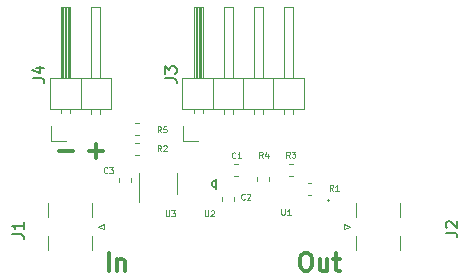
<source format=gto>
G04 #@! TF.GenerationSoftware,KiCad,Pcbnew,5.1.6-c6e7f7d~86~ubuntu18.04.1*
G04 #@! TF.CreationDate,2020-07-16T21:36:01-04:00*
G04 #@! TF.ProjectId,rf-detector-r2,72662d64-6574-4656-9374-6f722d72322e,rev?*
G04 #@! TF.SameCoordinates,Original*
G04 #@! TF.FileFunction,Legend,Top*
G04 #@! TF.FilePolarity,Positive*
%FSLAX46Y46*%
G04 Gerber Fmt 4.6, Leading zero omitted, Abs format (unit mm)*
G04 Created by KiCad (PCBNEW 5.1.6-c6e7f7d~86~ubuntu18.04.1) date 2020-07-16 21:36:01*
%MOMM*%
%LPD*%
G01*
G04 APERTURE LIST*
%ADD10C,0.150000*%
%ADD11C,0.300000*%
%ADD12C,0.120000*%
%ADD13C,0.152400*%
%ADD14C,0.125000*%
G04 APERTURE END LIST*
D10*
D11*
X118800000Y-99028571D02*
X119085714Y-99028571D01*
X119228571Y-99100000D01*
X119371428Y-99242857D01*
X119442857Y-99528571D01*
X119442857Y-100028571D01*
X119371428Y-100314285D01*
X119228571Y-100457142D01*
X119085714Y-100528571D01*
X118800000Y-100528571D01*
X118657142Y-100457142D01*
X118514285Y-100314285D01*
X118442857Y-100028571D01*
X118442857Y-99528571D01*
X118514285Y-99242857D01*
X118657142Y-99100000D01*
X118800000Y-99028571D01*
X120728571Y-99528571D02*
X120728571Y-100528571D01*
X120085714Y-99528571D02*
X120085714Y-100314285D01*
X120157142Y-100457142D01*
X120300000Y-100528571D01*
X120514285Y-100528571D01*
X120657142Y-100457142D01*
X120728571Y-100385714D01*
X121228571Y-99528571D02*
X121800000Y-99528571D01*
X121442857Y-99028571D02*
X121442857Y-100314285D01*
X121514285Y-100457142D01*
X121657142Y-100528571D01*
X121800000Y-100528571D01*
X102221428Y-100528571D02*
X102221428Y-99028571D01*
X102935714Y-99528571D02*
X102935714Y-100528571D01*
X102935714Y-99671428D02*
X103007142Y-99600000D01*
X103150000Y-99528571D01*
X103364285Y-99528571D01*
X103507142Y-99600000D01*
X103578571Y-99742857D01*
X103578571Y-100528571D01*
X98028571Y-90407142D02*
X99171428Y-90407142D01*
X100578571Y-90407142D02*
X101721428Y-90407142D01*
X101150000Y-90978571D02*
X101150000Y-89835714D01*
D12*
G04 #@! TO.C,C2*
X111822000Y-94339221D02*
X111822000Y-94664779D01*
X112842000Y-94339221D02*
X112842000Y-94664779D01*
D13*
G04 #@! TO.C,U2*
X111279800Y-92897200D02*
X111279800Y-92795600D01*
X111279800Y-93506800D02*
X111279800Y-92897200D01*
X111279800Y-93608400D02*
X111279800Y-93506800D01*
X111279800Y-93506800D02*
G75*
G02*
X111279800Y-92897200I0J304800D01*
G01*
D12*
G04 #@! TO.C,J3*
X108530000Y-89570000D02*
X108530000Y-88300000D01*
X109800000Y-89570000D02*
X108530000Y-89570000D01*
X117800000Y-87257071D02*
X117800000Y-86860000D01*
X117040000Y-87257071D02*
X117040000Y-86860000D01*
X117800000Y-78200000D02*
X117800000Y-84200000D01*
X117040000Y-78200000D02*
X117800000Y-78200000D01*
X117040000Y-84200000D02*
X117040000Y-78200000D01*
X116150000Y-86860000D02*
X116150000Y-84200000D01*
X115260000Y-87257071D02*
X115260000Y-86860000D01*
X114500000Y-87257071D02*
X114500000Y-86860000D01*
X115260000Y-78200000D02*
X115260000Y-84200000D01*
X114500000Y-78200000D02*
X115260000Y-78200000D01*
X114500000Y-84200000D02*
X114500000Y-78200000D01*
X113610000Y-86860000D02*
X113610000Y-84200000D01*
X112720000Y-87257071D02*
X112720000Y-86860000D01*
X111960000Y-87257071D02*
X111960000Y-86860000D01*
X112720000Y-78200000D02*
X112720000Y-84200000D01*
X111960000Y-78200000D02*
X112720000Y-78200000D01*
X111960000Y-84200000D02*
X111960000Y-78200000D01*
X111070000Y-86860000D02*
X111070000Y-84200000D01*
X110180000Y-87190000D02*
X110180000Y-86860000D01*
X109420000Y-87190000D02*
X109420000Y-86860000D01*
X110080000Y-84200000D02*
X110080000Y-78200000D01*
X109960000Y-84200000D02*
X109960000Y-78200000D01*
X109840000Y-84200000D02*
X109840000Y-78200000D01*
X109720000Y-84200000D02*
X109720000Y-78200000D01*
X109600000Y-84200000D02*
X109600000Y-78200000D01*
X109480000Y-84200000D02*
X109480000Y-78200000D01*
X110180000Y-78200000D02*
X110180000Y-84200000D01*
X109420000Y-78200000D02*
X110180000Y-78200000D01*
X109420000Y-84200000D02*
X109420000Y-78200000D01*
X108470000Y-84200000D02*
X108470000Y-86860000D01*
X118750000Y-84200000D02*
X108470000Y-84200000D01*
X118750000Y-86860000D02*
X118750000Y-84200000D01*
X108470000Y-86860000D02*
X118750000Y-86860000D01*
G04 #@! TO.C,C1*
X112869221Y-91492000D02*
X113194779Y-91492000D01*
X112869221Y-92512000D02*
X113194779Y-92512000D01*
G04 #@! TO.C,R1*
X119069221Y-93092000D02*
X119394779Y-93092000D01*
X119069221Y-94112000D02*
X119394779Y-94112000D01*
G04 #@! TO.C,R3*
X117489221Y-91492000D02*
X117814779Y-91492000D01*
X117489221Y-92512000D02*
X117814779Y-92512000D01*
G04 #@! TO.C,R4*
X115842000Y-92964779D02*
X115842000Y-92639221D01*
X114822000Y-92964779D02*
X114822000Y-92639221D01*
G04 #@! TO.C,U1*
X120945722Y-94612700D02*
G75*
G03*
X120945722Y-94612700I-80322J0D01*
G01*
G04 #@! TO.C,J1*
X101860000Y-96550000D02*
X101360000Y-96800000D01*
X101860000Y-97050000D02*
X101860000Y-96550000D01*
X101360000Y-96800000D02*
X101860000Y-97050000D01*
X97100000Y-94850000D02*
X97100000Y-95960000D01*
X97100000Y-97640000D02*
X97100000Y-98750000D01*
X100810000Y-94850000D02*
X100810000Y-95960000D01*
X100810000Y-97640000D02*
X100810000Y-98750000D01*
G04 #@! TO.C,J2*
X123190000Y-95960000D02*
X123190000Y-94850000D01*
X123190000Y-98750000D02*
X123190000Y-97640000D01*
X126900000Y-95960000D02*
X126900000Y-94850000D01*
X126900000Y-98750000D02*
X126900000Y-97640000D01*
X122640000Y-96800000D02*
X122140000Y-96550000D01*
X122140000Y-96550000D02*
X122140000Y-97050000D01*
X122140000Y-97050000D02*
X122640000Y-96800000D01*
G04 #@! TO.C,C3*
X104110000Y-92992779D02*
X104110000Y-92667221D01*
X103090000Y-92992779D02*
X103090000Y-92667221D01*
G04 #@! TO.C,R2*
X104822779Y-90720000D02*
X104497221Y-90720000D01*
X104822779Y-89700000D02*
X104497221Y-89700000D01*
G04 #@! TO.C,R5*
X104822779Y-88060000D02*
X104497221Y-88060000D01*
X104822779Y-89080000D02*
X104497221Y-89080000D01*
G04 #@! TO.C,U3*
X104818000Y-92242000D02*
X104818000Y-94692000D01*
X108038000Y-94042000D02*
X108038000Y-92242000D01*
G04 #@! TO.C,J4*
X97330000Y-89570000D02*
X97330000Y-88300000D01*
X98600000Y-89570000D02*
X97330000Y-89570000D01*
X101520000Y-87257071D02*
X101520000Y-86860000D01*
X100760000Y-87257071D02*
X100760000Y-86860000D01*
X101520000Y-78200000D02*
X101520000Y-84200000D01*
X100760000Y-78200000D02*
X101520000Y-78200000D01*
X100760000Y-84200000D02*
X100760000Y-78200000D01*
X99870000Y-86860000D02*
X99870000Y-84200000D01*
X98980000Y-87190000D02*
X98980000Y-86860000D01*
X98220000Y-87190000D02*
X98220000Y-86860000D01*
X98880000Y-84200000D02*
X98880000Y-78200000D01*
X98760000Y-84200000D02*
X98760000Y-78200000D01*
X98640000Y-84200000D02*
X98640000Y-78200000D01*
X98520000Y-84200000D02*
X98520000Y-78200000D01*
X98400000Y-84200000D02*
X98400000Y-78200000D01*
X98280000Y-84200000D02*
X98280000Y-78200000D01*
X98980000Y-78200000D02*
X98980000Y-84200000D01*
X98220000Y-78200000D02*
X98980000Y-78200000D01*
X98220000Y-84200000D02*
X98220000Y-78200000D01*
X97270000Y-84200000D02*
X97270000Y-86860000D01*
X102470000Y-84200000D02*
X97270000Y-84200000D01*
X102470000Y-86860000D02*
X102470000Y-84200000D01*
X97270000Y-86860000D02*
X102470000Y-86860000D01*
G04 #@! TO.C,C2*
D14*
X113748666Y-94480571D02*
X113724857Y-94504380D01*
X113653428Y-94528190D01*
X113605809Y-94528190D01*
X113534380Y-94504380D01*
X113486761Y-94456761D01*
X113462952Y-94409142D01*
X113439142Y-94313904D01*
X113439142Y-94242476D01*
X113462952Y-94147238D01*
X113486761Y-94099619D01*
X113534380Y-94052000D01*
X113605809Y-94028190D01*
X113653428Y-94028190D01*
X113724857Y-94052000D01*
X113748666Y-94075809D01*
X113939142Y-94075809D02*
X113962952Y-94052000D01*
X114010571Y-94028190D01*
X114129619Y-94028190D01*
X114177238Y-94052000D01*
X114201047Y-94075809D01*
X114224857Y-94123428D01*
X114224857Y-94171047D01*
X114201047Y-94242476D01*
X113915333Y-94528190D01*
X114224857Y-94528190D01*
G04 #@! TO.C,U2*
X110369047Y-95426190D02*
X110369047Y-95830952D01*
X110392857Y-95878571D01*
X110416666Y-95902380D01*
X110464285Y-95926190D01*
X110559523Y-95926190D01*
X110607142Y-95902380D01*
X110630952Y-95878571D01*
X110654761Y-95830952D01*
X110654761Y-95426190D01*
X110869047Y-95473809D02*
X110892857Y-95450000D01*
X110940476Y-95426190D01*
X111059523Y-95426190D01*
X111107142Y-95450000D01*
X111130952Y-95473809D01*
X111154761Y-95521428D01*
X111154761Y-95569047D01*
X111130952Y-95640476D01*
X110845238Y-95926190D01*
X111154761Y-95926190D01*
G04 #@! TO.C,J3*
D10*
X106982380Y-84248333D02*
X107696666Y-84248333D01*
X107839523Y-84295952D01*
X107934761Y-84391190D01*
X107982380Y-84534047D01*
X107982380Y-84629285D01*
X106982380Y-83867380D02*
X106982380Y-83248333D01*
X107363333Y-83581666D01*
X107363333Y-83438809D01*
X107410952Y-83343571D01*
X107458571Y-83295952D01*
X107553809Y-83248333D01*
X107791904Y-83248333D01*
X107887142Y-83295952D01*
X107934761Y-83343571D01*
X107982380Y-83438809D01*
X107982380Y-83724523D01*
X107934761Y-83819761D01*
X107887142Y-83867380D01*
G04 #@! TO.C,C1*
D14*
X112948666Y-90978571D02*
X112924857Y-91002380D01*
X112853428Y-91026190D01*
X112805809Y-91026190D01*
X112734380Y-91002380D01*
X112686761Y-90954761D01*
X112662952Y-90907142D01*
X112639142Y-90811904D01*
X112639142Y-90740476D01*
X112662952Y-90645238D01*
X112686761Y-90597619D01*
X112734380Y-90550000D01*
X112805809Y-90526190D01*
X112853428Y-90526190D01*
X112924857Y-90550000D01*
X112948666Y-90573809D01*
X113424857Y-91026190D02*
X113139142Y-91026190D01*
X113282000Y-91026190D02*
X113282000Y-90526190D01*
X113234380Y-90597619D01*
X113186761Y-90645238D01*
X113139142Y-90669047D01*
G04 #@! TO.C,R1*
X121216666Y-93776190D02*
X121050000Y-93538095D01*
X120930952Y-93776190D02*
X120930952Y-93276190D01*
X121121428Y-93276190D01*
X121169047Y-93300000D01*
X121192857Y-93323809D01*
X121216666Y-93371428D01*
X121216666Y-93442857D01*
X121192857Y-93490476D01*
X121169047Y-93514285D01*
X121121428Y-93538095D01*
X120930952Y-93538095D01*
X121692857Y-93776190D02*
X121407142Y-93776190D01*
X121550000Y-93776190D02*
X121550000Y-93276190D01*
X121502380Y-93347619D01*
X121454761Y-93395238D01*
X121407142Y-93419047D01*
G04 #@! TO.C,R3*
X117566666Y-90976190D02*
X117400000Y-90738095D01*
X117280952Y-90976190D02*
X117280952Y-90476190D01*
X117471428Y-90476190D01*
X117519047Y-90500000D01*
X117542857Y-90523809D01*
X117566666Y-90571428D01*
X117566666Y-90642857D01*
X117542857Y-90690476D01*
X117519047Y-90714285D01*
X117471428Y-90738095D01*
X117280952Y-90738095D01*
X117733333Y-90476190D02*
X118042857Y-90476190D01*
X117876190Y-90666666D01*
X117947619Y-90666666D01*
X117995238Y-90690476D01*
X118019047Y-90714285D01*
X118042857Y-90761904D01*
X118042857Y-90880952D01*
X118019047Y-90928571D01*
X117995238Y-90952380D01*
X117947619Y-90976190D01*
X117804761Y-90976190D01*
X117757142Y-90952380D01*
X117733333Y-90928571D01*
G04 #@! TO.C,R4*
X115266666Y-90976190D02*
X115100000Y-90738095D01*
X114980952Y-90976190D02*
X114980952Y-90476190D01*
X115171428Y-90476190D01*
X115219047Y-90500000D01*
X115242857Y-90523809D01*
X115266666Y-90571428D01*
X115266666Y-90642857D01*
X115242857Y-90690476D01*
X115219047Y-90714285D01*
X115171428Y-90738095D01*
X114980952Y-90738095D01*
X115695238Y-90642857D02*
X115695238Y-90976190D01*
X115576190Y-90452380D02*
X115457142Y-90809523D01*
X115766666Y-90809523D01*
G04 #@! TO.C,U1*
X116851047Y-95328190D02*
X116851047Y-95732952D01*
X116874857Y-95780571D01*
X116898666Y-95804380D01*
X116946285Y-95828190D01*
X117041523Y-95828190D01*
X117089142Y-95804380D01*
X117112952Y-95780571D01*
X117136761Y-95732952D01*
X117136761Y-95328190D01*
X117636761Y-95828190D02*
X117351047Y-95828190D01*
X117493904Y-95828190D02*
X117493904Y-95328190D01*
X117446285Y-95399619D01*
X117398666Y-95447238D01*
X117351047Y-95471047D01*
G04 #@! TO.C,J1*
D10*
X94052380Y-97433333D02*
X94766666Y-97433333D01*
X94909523Y-97480952D01*
X95004761Y-97576190D01*
X95052380Y-97719047D01*
X95052380Y-97814285D01*
X95052380Y-96433333D02*
X95052380Y-97004761D01*
X95052380Y-96719047D02*
X94052380Y-96719047D01*
X94195238Y-96814285D01*
X94290476Y-96909523D01*
X94338095Y-97004761D01*
G04 #@! TO.C,J2*
X130752380Y-97333333D02*
X131466666Y-97333333D01*
X131609523Y-97380952D01*
X131704761Y-97476190D01*
X131752380Y-97619047D01*
X131752380Y-97714285D01*
X130847619Y-96904761D02*
X130800000Y-96857142D01*
X130752380Y-96761904D01*
X130752380Y-96523809D01*
X130800000Y-96428571D01*
X130847619Y-96380952D01*
X130942857Y-96333333D01*
X131038095Y-96333333D01*
X131180952Y-96380952D01*
X131752380Y-96952380D01*
X131752380Y-96333333D01*
G04 #@! TO.C,C3*
D14*
X102116666Y-92228571D02*
X102092857Y-92252380D01*
X102021428Y-92276190D01*
X101973809Y-92276190D01*
X101902380Y-92252380D01*
X101854761Y-92204761D01*
X101830952Y-92157142D01*
X101807142Y-92061904D01*
X101807142Y-91990476D01*
X101830952Y-91895238D01*
X101854761Y-91847619D01*
X101902380Y-91800000D01*
X101973809Y-91776190D01*
X102021428Y-91776190D01*
X102092857Y-91800000D01*
X102116666Y-91823809D01*
X102283333Y-91776190D02*
X102592857Y-91776190D01*
X102426190Y-91966666D01*
X102497619Y-91966666D01*
X102545238Y-91990476D01*
X102569047Y-92014285D01*
X102592857Y-92061904D01*
X102592857Y-92180952D01*
X102569047Y-92228571D01*
X102545238Y-92252380D01*
X102497619Y-92276190D01*
X102354761Y-92276190D01*
X102307142Y-92252380D01*
X102283333Y-92228571D01*
G04 #@! TO.C,R2*
X106666666Y-90426190D02*
X106500000Y-90188095D01*
X106380952Y-90426190D02*
X106380952Y-89926190D01*
X106571428Y-89926190D01*
X106619047Y-89950000D01*
X106642857Y-89973809D01*
X106666666Y-90021428D01*
X106666666Y-90092857D01*
X106642857Y-90140476D01*
X106619047Y-90164285D01*
X106571428Y-90188095D01*
X106380952Y-90188095D01*
X106857142Y-89973809D02*
X106880952Y-89950000D01*
X106928571Y-89926190D01*
X107047619Y-89926190D01*
X107095238Y-89950000D01*
X107119047Y-89973809D01*
X107142857Y-90021428D01*
X107142857Y-90069047D01*
X107119047Y-90140476D01*
X106833333Y-90426190D01*
X107142857Y-90426190D01*
G04 #@! TO.C,R5*
X106666666Y-88826190D02*
X106500000Y-88588095D01*
X106380952Y-88826190D02*
X106380952Y-88326190D01*
X106571428Y-88326190D01*
X106619047Y-88350000D01*
X106642857Y-88373809D01*
X106666666Y-88421428D01*
X106666666Y-88492857D01*
X106642857Y-88540476D01*
X106619047Y-88564285D01*
X106571428Y-88588095D01*
X106380952Y-88588095D01*
X107119047Y-88326190D02*
X106880952Y-88326190D01*
X106857142Y-88564285D01*
X106880952Y-88540476D01*
X106928571Y-88516666D01*
X107047619Y-88516666D01*
X107095238Y-88540476D01*
X107119047Y-88564285D01*
X107142857Y-88611904D01*
X107142857Y-88730952D01*
X107119047Y-88778571D01*
X107095238Y-88802380D01*
X107047619Y-88826190D01*
X106928571Y-88826190D01*
X106880952Y-88802380D01*
X106857142Y-88778571D01*
G04 #@! TO.C,U3*
X107069047Y-95426190D02*
X107069047Y-95830952D01*
X107092857Y-95878571D01*
X107116666Y-95902380D01*
X107164285Y-95926190D01*
X107259523Y-95926190D01*
X107307142Y-95902380D01*
X107330952Y-95878571D01*
X107354761Y-95830952D01*
X107354761Y-95426190D01*
X107545238Y-95426190D02*
X107854761Y-95426190D01*
X107688095Y-95616666D01*
X107759523Y-95616666D01*
X107807142Y-95640476D01*
X107830952Y-95664285D01*
X107854761Y-95711904D01*
X107854761Y-95830952D01*
X107830952Y-95878571D01*
X107807142Y-95902380D01*
X107759523Y-95926190D01*
X107616666Y-95926190D01*
X107569047Y-95902380D01*
X107545238Y-95878571D01*
G04 #@! TO.C,J4*
D10*
X95782380Y-84248333D02*
X96496666Y-84248333D01*
X96639523Y-84295952D01*
X96734761Y-84391190D01*
X96782380Y-84534047D01*
X96782380Y-84629285D01*
X96115714Y-83343571D02*
X96782380Y-83343571D01*
X95734761Y-83581666D02*
X96449047Y-83819761D01*
X96449047Y-83200714D01*
G04 #@! TD*
M02*

</source>
